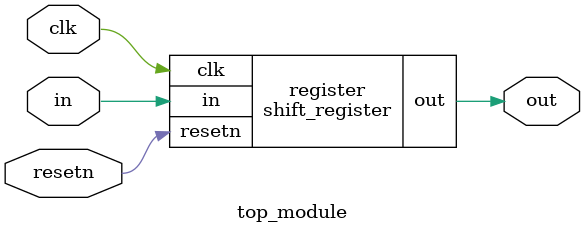
<source format=sv>
module shift_register (
	input clk,
	input resetn,
	input in,
	output out
);
	reg [3:0] flop;
	always @(posedge clk or negedge resetn) begin
		if (!resetn)
			flop <= 4'b0000;
		else
			flop <= {in, flop[3:1]};
	end
	assign out = flop[0];
endmodule
module top_module (
	input clk,
	input resetn,
	input in,
	output out
);
	shift_register register (
		.clk(clk),
		.resetn(resetn),
		.in(in),
		.out(out)
	);
endmodule

</source>
